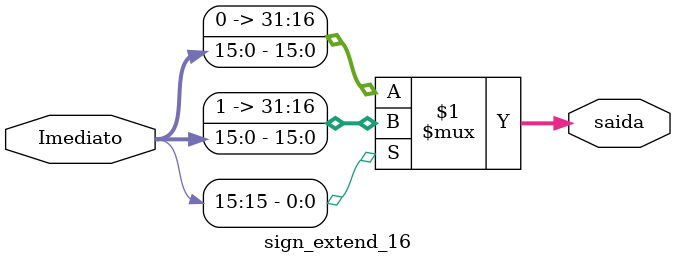
<source format=v>
module sign_extend_16(
    input wire [15:0] Imediato,
    output wire [31:0] saida
);

    assign saida = (Imediato[15]) ? {{16{1'b1}}, Imediato} : {{16{1'b0}}, Imediato};

endmodule
</source>
